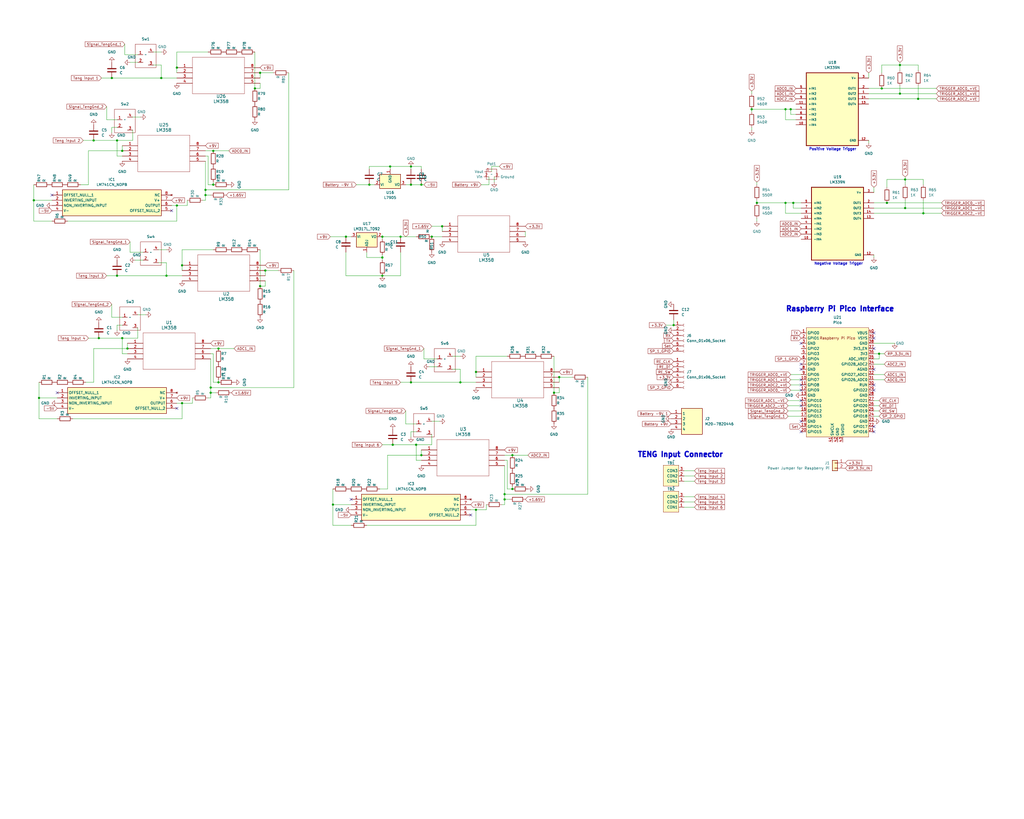
<source format=kicad_sch>
(kicad_sch (version 20230121) (generator eeschema)
  (paper "User" 499.999 399.999)
  (junction (at 205.74 90.17))
  (junction (at 387.35 99.06))
  (junction (at 62.23 170.18))
  (junction (at 57.15 68.58))
  (junction (at 100.33 95.25))
  (junction (at 210.82 115.57))
  (junction (at 180.34 90.17))
  (junction (at 386.08 53.34))
  (junction (at 328.93 158.75))
  (junction (at 86.36 100.33))
  (junction (at 124.46 43.18))
  (junction (at 273.05 184.15))
  (junction (at 106.68 186.69))
  (junction (at 19.05 194.31))
  (junction (at 215.9 110.49))
  (junction (at 448.31 48.26))
  (junction (at 205.74 222.25))
  (junction (at 195.58 115.57))
  (junction (at 246.38 241.3))
  (junction (at 88.9 129.54))
  (junction (at 250.19 222.25))
  (junction (at 200.66 81.28))
  (junction (at 16.51 97.79))
  (junction (at 439.42 45.72))
  (junction (at 129.54 132.08))
  (junction (at 168.91 115.57))
  (junction (at 270.51 191.77))
  (junction (at 186.69 134.62))
  (junction (at 191.77 217.17))
  (junction (at 367.03 53.34))
  (junction (at 433.07 99.06))
  (junction (at 439.42 31.75))
  (junction (at 250.19 238.76))
  (junction (at 369.57 99.06))
  (junction (at 190.5 81.28))
  (junction (at 186.69 115.57))
  (junction (at 224.79 186.69))
  (junction (at 127 139.7))
  (junction (at 106.68 170.18))
  (junction (at 102.87 189.23))
  (junction (at 429.26 172.72))
  (junction (at 78.74 38.1))
  (junction (at 45.72 68.58))
  (junction (at 162.56 246.38))
  (junction (at 48.26 165.1))
  (junction (at 200.66 90.17))
  (junction (at 104.14 90.17))
  (junction (at 383.54 53.34))
  (junction (at 59.69 165.1))
  (junction (at 59.69 73.66))
  (junction (at 441.96 101.6))
  (junction (at 383.54 99.06))
  (junction (at 430.53 43.18))
  (junction (at 86.36 33.02))
  (junction (at 450.85 104.14))
  (junction (at 102.87 191.77))
  (junction (at 441.96 87.63))
  (junction (at 200.66 186.69))
  (junction (at 232.41 181.61))
  (junction (at 88.9 196.85))
  (junction (at 81.28 134.62))
  (junction (at 104.14 73.66))
  (junction (at 246.38 243.84))
  (junction (at 203.2 217.17))
  (junction (at 232.41 248.92))
  (junction (at 127 35.56))
  (junction (at 54.61 38.1))
  (junction (at 57.15 134.62))
  (junction (at 186.69 125.73))
  (junction (at 100.33 92.71))
  (no_connect (at 391.16 190.5))
  (no_connect (at 426.72 187.96))
  (no_connect (at 391.16 185.42))
  (no_connect (at 426.72 210.82))
  (no_connect (at 391.16 210.82))
  (no_connect (at 391.16 195.58))
  (no_connect (at 426.72 162.56))
  (no_connect (at 426.72 180.34))
  (no_connect (at 171.45 243.84))
  (no_connect (at 391.16 167.64))
  (no_connect (at 86.36 199.39))
  (no_connect (at 391.16 177.8))
  (no_connect (at 391.16 198.12))
  (no_connect (at 426.72 208.28))
  (no_connect (at 229.87 251.46))
  (no_connect (at 391.16 187.96))
  (no_connect (at 391.16 180.34))
  (no_connect (at 25.4 95.25))
  (no_connect (at 83.82 102.87))
  (no_connect (at 426.72 170.18))
  (no_connect (at 391.16 205.74))
  (no_connect (at 426.72 165.1))
  (no_connect (at 27.94 191.77))
  (no_connect (at 426.72 190.5))
  (wire (pts (xy 232.41 184.15) (xy 232.41 181.61)))
  (wire (pts (xy 238.76 86.36) (xy 238.76 90.17)))
  (wire (pts (xy 52.07 134.62) (xy 57.15 134.62)))
  (wire (pts (xy 189.23 238.76) (xy 189.23 222.25)))
  (wire (pts (xy 383.54 104.14) (xy 383.54 99.06)))
  (wire (pts (xy 102.87 189.23) (xy 102.87 191.77)))
  (wire (pts (xy 93.98 196.85) (xy 88.9 196.85)))
  (wire (pts (xy 186.69 115.57) (xy 186.69 116.84)))
  (wire (pts (xy 162.56 246.38) (xy 162.56 256.54)))
  (wire (pts (xy 78.74 31.75) (xy 78.74 38.1)))
  (wire (pts (xy 232.41 256.54) (xy 232.41 248.92)))
  (wire (pts (xy 388.62 58.42) (xy 383.54 58.42)))
  (wire (pts (xy 102.87 172.72) (xy 104.14 172.72)))
  (wire (pts (xy 67.31 160.02) (xy 67.31 165.1)))
  (wire (pts (xy 367.03 44.45) (xy 367.03 45.72)))
  (wire (pts (xy 369.57 99.06) (xy 369.57 97.79)))
  (wire (pts (xy 64.77 63.5) (xy 64.77 68.58)))
  (wire (pts (xy 127 43.18) (xy 127 40.64)))
  (wire (pts (xy 195.58 115.57) (xy 203.2 115.57)))
  (wire (pts (xy 250.19 237.49) (xy 250.19 238.76)))
  (wire (pts (xy 429.26 200.66) (xy 426.72 200.66)))
  (wire (pts (xy 19.05 204.47) (xy 27.94 204.47)))
  (wire (pts (xy 19.05 186.69) (xy 19.05 194.31)))
  (wire (pts (xy 100.33 78.74) (xy 100.33 92.71)))
  (wire (pts (xy 430.53 35.56) (xy 430.53 31.75)))
  (wire (pts (xy 367.03 54.61) (xy 367.03 53.34)))
  (wire (pts (xy 180.34 81.28) (xy 190.5 81.28)))
  (wire (pts (xy 441.96 101.6) (xy 459.74 101.6)))
  (wire (pts (xy 180.34 82.55) (xy 180.34 81.28)))
  (wire (pts (xy 388.62 53.34) (xy 386.08 53.34)))
  (wire (pts (xy 426.72 177.8) (xy 431.8 177.8)))
  (wire (pts (xy 59.69 154.94) (xy 54.61 154.94)))
  (wire (pts (xy 62.23 167.64) (xy 62.23 170.18)))
  (wire (pts (xy 334.01 229.87) (xy 339.09 229.87)))
  (wire (pts (xy 168.91 134.62) (xy 186.69 134.62)))
  (wire (pts (xy 240.03 81.28) (xy 240.03 83.82)))
  (wire (pts (xy 198.12 207.01) (xy 198.12 200.66)))
  (wire (pts (xy 426.72 182.88) (xy 431.8 182.88)))
  (wire (pts (xy 57.15 58.42) (xy 52.07 58.42)))
  (wire (pts (xy 66.04 127) (xy 69.85 127)))
  (wire (pts (xy 35.56 204.47) (xy 88.9 204.47)))
  (wire (pts (xy 16.51 107.95) (xy 25.4 107.95)))
  (wire (pts (xy 104.14 88.9) (xy 104.14 90.17)))
  (wire (pts (xy 247.65 224.79) (xy 247.65 238.76)))
  (wire (pts (xy 105.41 191.77) (xy 102.87 191.77)))
  (wire (pts (xy 27.94 194.31) (xy 19.05 194.31)))
  (wire (pts (xy 232.41 173.99) (xy 232.41 181.61)))
  (wire (pts (xy 200.66 210.82) (xy 200.66 213.36)))
  (wire (pts (xy 387.35 101.6) (xy 387.35 99.06)))
  (wire (pts (xy 270.51 191.77) (xy 273.05 191.77)))
  (wire (pts (xy 185.42 238.76) (xy 189.23 238.76)))
  (wire (pts (xy 328.93 156.21) (xy 328.93 158.75)))
  (wire (pts (xy 273.05 186.69) (xy 273.05 184.15)))
  (wire (pts (xy 162.56 238.76) (xy 162.56 246.38)))
  (wire (pts (xy 59.69 172.72) (xy 62.23 172.72)))
  (wire (pts (xy 203.2 207.01) (xy 198.12 207.01)))
  (wire (pts (xy 205.74 219.71) (xy 205.74 222.25)))
  (wire (pts (xy 41.91 186.69) (xy 45.72 186.69)))
  (wire (pts (xy 246.38 224.79) (xy 247.65 224.79)))
  (wire (pts (xy 39.37 90.17) (xy 43.18 90.17)))
  (wire (pts (xy 54.61 38.1) (xy 78.74 38.1)))
  (wire (pts (xy 129.54 134.62) (xy 129.54 132.08)))
  (wire (pts (xy 220.98 180.34) (xy 224.79 180.34)))
  (wire (pts (xy 104.14 186.69) (xy 106.68 186.69)))
  (wire (pts (xy 86.36 100.33) (xy 83.82 100.33)))
  (wire (pts (xy 200.66 186.69) (xy 224.79 186.69)))
  (wire (pts (xy 426.72 167.64) (xy 436.88 167.64)))
  (wire (pts (xy 74.93 31.75) (xy 78.74 31.75)))
  (wire (pts (xy 205.74 81.28) (xy 200.66 81.28)))
  (wire (pts (xy 256.54 115.57) (xy 256.54 113.03)))
  (wire (pts (xy 429.26 175.26) (xy 429.26 172.72)))
  (wire (pts (xy 173.99 90.17) (xy 180.34 90.17)))
  (wire (pts (xy 100.33 97.79) (xy 99.06 97.79)))
  (wire (pts (xy 384.81 200.66) (xy 391.16 200.66)))
  (wire (pts (xy 186.69 124.46) (xy 186.69 125.73)))
  (wire (pts (xy 129.54 139.7) (xy 129.54 137.16)))
  (wire (pts (xy 243.84 81.28) (xy 240.03 81.28)))
  (wire (pts (xy 334.01 245.11) (xy 339.09 245.11)))
  (wire (pts (xy 140.97 35.56) (xy 140.97 92.71)))
  (wire (pts (xy 124.46 25.4) (xy 124.46 43.18)))
  (wire (pts (xy 433.07 91.44) (xy 433.07 87.63)))
  (wire (pts (xy 63.5 118.11) (xy 63.5 123.19)))
  (wire (pts (xy 186.69 217.17) (xy 191.77 217.17)))
  (wire (pts (xy 127 121.92) (xy 127 139.7)))
  (wire (pts (xy 334.01 234.95) (xy 339.09 234.95)))
  (wire (pts (xy 430.53 43.18) (xy 424.18 43.18)))
  (wire (pts (xy 369.57 107.95) (xy 369.57 106.68)))
  (wire (pts (xy 237.49 246.38) (xy 237.49 248.92)))
  (wire (pts (xy 210.82 217.17) (xy 203.2 217.17)))
  (wire (pts (xy 200.66 82.55) (xy 200.66 81.28)))
  (wire (pts (xy 450.85 90.17) (xy 450.85 87.63)))
  (wire (pts (xy 207.01 170.18) (xy 207.01 175.26)))
  (wire (pts (xy 64.77 68.58) (xy 57.15 68.58)))
  (wire (pts (xy 391.16 104.14) (xy 383.54 104.14)))
  (wire (pts (xy 171.45 246.38) (xy 162.56 246.38)))
  (wire (pts (xy 57.15 134.62) (xy 81.28 134.62)))
  (wire (pts (xy 88.9 196.85) (xy 86.36 196.85)))
  (wire (pts (xy 100.33 95.25) (xy 100.33 97.79)))
  (wire (pts (xy 246.38 241.3) (xy 246.38 243.84)))
  (wire (pts (xy 431.8 172.72) (xy 429.26 172.72)))
  (wire (pts (xy 232.41 248.92) (xy 229.87 248.92)))
  (wire (pts (xy 68.58 57.15) (xy 64.77 57.15)))
  (wire (pts (xy 102.87 194.31) (xy 101.6 194.31)))
  (wire (pts (xy 433.07 99.06) (xy 459.74 99.06)))
  (wire (pts (xy 86.36 35.56) (xy 86.36 33.02)))
  (wire (pts (xy 426.72 175.26) (xy 429.26 175.26)))
  (wire (pts (xy 190.5 81.28) (xy 190.5 82.55)))
  (wire (pts (xy 248.92 243.84) (xy 246.38 243.84)))
  (wire (pts (xy 106.68 170.18) (xy 102.87 170.18)))
  (wire (pts (xy 63.5 123.19) (xy 69.85 123.19)))
  (wire (pts (xy 369.57 88.9) (xy 369.57 90.17)))
  (wire (pts (xy 127 38.1) (xy 127 35.56)))
  (wire (pts (xy 391.16 101.6) (xy 387.35 101.6)))
  (wire (pts (xy 441.96 87.63) (xy 450.85 87.63)))
  (wire (pts (xy 102.87 191.77) (xy 102.87 194.31)))
  (wire (pts (xy 279.4 184.15) (xy 273.05 184.15)))
  (wire (pts (xy 426.72 101.6) (xy 441.96 101.6)))
  (wire (pts (xy 114.3 170.18) (xy 106.68 170.18)))
  (wire (pts (xy 450.85 97.79) (xy 450.85 104.14)))
  (wire (pts (xy 207.01 175.26) (xy 213.36 175.26)))
  (wire (pts (xy 383.54 53.34) (xy 367.03 53.34)))
  (wire (pts (xy 104.14 172.72) (xy 104.14 186.69)))
  (wire (pts (xy 48.26 165.1) (xy 59.69 165.1)))
  (wire (pts (xy 386.08 185.42) (xy 391.16 185.42)))
  (wire (pts (xy 246.38 243.84) (xy 246.38 246.38)))
  (wire (pts (xy 426.72 125.73) (xy 426.72 124.46)))
  (wire (pts (xy 195.58 123.19) (xy 195.58 134.62)))
  (wire (pts (xy 180.34 90.17) (xy 182.88 90.17)))
  (wire (pts (xy 93.98 194.31) (xy 93.98 196.85)))
  (wire (pts (xy 386.08 190.5) (xy 391.16 190.5)))
  (wire (pts (xy 241.3 88.9) (xy 241.3 86.36)))
  (wire (pts (xy 448.31 34.29) (xy 448.31 31.75)))
  (wire (pts (xy 429.26 172.72) (xy 426.72 172.72)))
  (wire (pts (xy 88.9 121.92) (xy 88.9 129.54)))
  (wire (pts (xy 111.76 73.66) (xy 104.14 73.66)))
  (wire (pts (xy 135.89 132.08) (xy 129.54 132.08)))
  (wire (pts (xy 439.42 30.48) (xy 439.42 31.75)))
  (wire (pts (xy 426.72 185.42) (xy 431.8 185.42)))
  (wire (pts (xy 334.01 242.57) (xy 339.09 242.57)))
  (wire (pts (xy 203.2 210.82) (xy 200.66 210.82)))
  (wire (pts (xy 386.08 53.34) (xy 383.54 53.34)))
  (wire (pts (xy 59.69 71.12) (xy 59.69 73.66)))
  (wire (pts (xy 16.51 97.79) (xy 16.51 107.95)))
  (wire (pts (xy 71.12 153.67) (xy 67.31 153.67)))
  (wire (pts (xy 430.53 43.18) (xy 457.2 43.18)))
  (wire (pts (xy 101.6 90.17) (xy 104.14 90.17)))
  (wire (pts (xy 104.14 73.66) (xy 100.33 73.66)))
  (wire (pts (xy 189.23 222.25) (xy 205.74 222.25)))
  (wire (pts (xy 16.51 90.17) (xy 16.51 97.79)))
  (wire (pts (xy 287.02 241.3) (xy 246.38 241.3)))
  (wire (pts (xy 246.38 246.38) (xy 245.11 246.38)))
  (wire (pts (xy 78.74 25.4) (xy 74.93 25.4)))
  (wire (pts (xy 91.44 97.79) (xy 91.44 100.33)))
  (wire (pts (xy 45.72 170.18) (xy 62.23 170.18)))
  (wire (pts (xy 59.69 165.1) (xy 59.69 172.72)))
  (wire (pts (xy 43.18 90.17) (xy 43.18 73.66)))
  (wire (pts (xy 91.44 100.33) (xy 86.36 100.33)))
  (wire (pts (xy 106.68 185.42) (xy 106.68 186.69)))
  (wire (pts (xy 100.33 76.2) (xy 101.6 76.2)))
  (wire (pts (xy 429.26 203.2) (xy 426.72 203.2)))
  (wire (pts (xy 88.9 204.47) (xy 88.9 196.85)))
  (wire (pts (xy 383.54 99.06) (xy 387.35 99.06)))
  (wire (pts (xy 67.31 165.1) (xy 59.69 165.1)))
  (wire (pts (xy 224.79 186.69) (xy 232.41 186.69)))
  (wire (pts (xy 100.33 92.71) (xy 100.33 95.25)))
  (wire (pts (xy 133.35 35.56) (xy 127 35.56)))
  (wire (pts (xy 102.87 95.25) (xy 100.33 95.25)))
  (wire (pts (xy 369.57 99.06) (xy 383.54 99.06)))
  (wire (pts (xy 179.07 256.54) (xy 232.41 256.54)))
  (wire (pts (xy 57.15 62.23) (xy 54.61 62.23)))
  (wire (pts (xy 143.51 189.23) (xy 102.87 189.23)))
  (wire (pts (xy 246.38 227.33) (xy 246.38 241.3)))
  (wire (pts (xy 140.97 92.71) (xy 100.33 92.71)))
  (wire (pts (xy 52.07 58.42) (xy 52.07 52.07)))
  (wire (pts (xy 273.05 191.77) (xy 273.05 189.23)))
  (wire (pts (xy 433.07 99.06) (xy 426.72 99.06)))
  (wire (pts (xy 81.28 134.62) (xy 88.9 134.62)))
  (wire (pts (xy 88.9 132.08) (xy 88.9 129.54)))
  (wire (pts (xy 45.72 186.69) (xy 45.72 170.18)))
  (wire (pts (xy 386.08 182.88) (xy 391.16 182.88)))
  (wire (pts (xy 426.72 91.44) (xy 426.72 93.98)))
  (wire (pts (xy 191.77 217.17) (xy 203.2 217.17)))
  (wire (pts (xy 439.42 31.75) (xy 448.31 31.75)))
  (wire (pts (xy 383.54 58.42) (xy 383.54 53.34)))
  (wire (pts (xy 57.15 76.2) (xy 59.69 76.2)))
  (wire (pts (xy 384.81 203.2) (xy 391.16 203.2)))
  (wire (pts (xy 367.03 63.5) (xy 367.03 62.23)))
  (wire (pts (xy 81.28 128.27) (xy 81.28 134.62)))
  (wire (pts (xy 57.15 68.58) (xy 57.15 76.2)))
  (wire (pts (xy 430.53 31.75) (xy 439.42 31.75)))
  (wire (pts (xy 448.31 41.91) (xy 448.31 48.26)))
  (wire (pts (xy 59.69 158.75) (xy 57.15 158.75)))
  (wire (pts (xy 57.15 158.75) (xy 57.15 161.29)))
  (wire (pts (xy 200.66 81.28) (xy 190.5 81.28)))
  (wire (pts (xy 386.08 55.88) (xy 386.08 53.34)))
  (wire (pts (xy 86.36 107.95) (xy 86.36 100.33)))
  (wire (pts (xy 257.81 222.25) (xy 250.19 222.25)))
  (wire (pts (xy 43.18 73.66) (xy 59.69 73.66)))
  (wire (pts (xy 384.81 198.12) (xy 391.16 198.12)))
  (wire (pts (xy 433.07 87.63) (xy 441.96 87.63)))
  (wire (pts (xy 162.56 256.54) (xy 171.45 256.54)))
  (wire (pts (xy 143.51 132.08) (xy 143.51 189.23)))
  (wire (pts (xy 424.18 69.85) (xy 424.18 68.58)))
  (wire (pts (xy 195.58 186.69) (xy 200.66 186.69)))
  (wire (pts (xy 19.05 194.31) (xy 19.05 204.47)))
  (wire (pts (xy 186.69 125.73) (xy 186.69 127)))
  (wire (pts (xy 215.9 113.03) (xy 215.9 110.49)))
  (wire (pts (xy 49.53 38.1) (xy 54.61 38.1)))
  (wire (pts (xy 205.74 82.55) (xy 205.74 81.28)))
  (wire (pts (xy 429.26 198.12) (xy 426.72 198.12)))
  (wire (pts (xy 448.31 48.26) (xy 457.2 48.26)))
  (wire (pts (xy 424.18 35.56) (xy 424.18 38.1)))
  (wire (pts (xy 198.12 90.17) (xy 200.66 90.17)))
  (wire (pts (xy 179.07 123.19) (xy 179.07 125.73)))
  (wire (pts (xy 439.42 41.91) (xy 439.42 45.72)))
  (wire (pts (xy 179.07 125.73) (xy 186.69 125.73)))
  (wire (pts (xy 54.61 154.94) (xy 54.61 148.59)))
  (wire (pts (xy 60.96 21.59) (xy 60.96 26.67)))
  (wire (pts (xy 101.6 76.2) (xy 101.6 90.17)))
  (wire (pts (xy 334.01 247.65) (xy 339.09 247.65)))
  (wire (pts (xy 386.08 187.96) (xy 391.16 187.96)))
  (wire (pts (xy 195.58 134.62) (xy 186.69 134.62)))
  (wire (pts (xy 441.96 97.79) (xy 441.96 101.6)))
  (wire (pts (xy 450.85 104.14) (xy 459.74 104.14)))
  (wire (pts (xy 287.02 184.15) (xy 287.02 241.3)))
  (wire (pts (xy 33.02 107.95) (xy 86.36 107.95)))
  (wire (pts (xy 81.28 121.92) (xy 77.47 121.92)))
  (wire (pts (xy 77.47 128.27) (xy 81.28 128.27)))
  (wire (pts (xy 45.72 68.58) (xy 57.15 68.58)))
  (wire (pts (xy 387.35 99.06) (xy 391.16 99.06)))
  (wire (pts (xy 210.82 110.49) (xy 215.9 110.49)))
  (wire (pts (xy 60.96 26.67) (xy 67.31 26.67)))
  (wire (pts (xy 325.12 158.75) (xy 328.93 158.75)))
  (wire (pts (xy 209.55 179.07) (xy 213.36 179.07)))
  (wire (pts (xy 43.18 165.1) (xy 48.26 165.1)))
  (wire (pts (xy 250.19 222.25) (xy 246.38 222.25)))
  (wire (pts (xy 426.72 104.14) (xy 450.85 104.14)))
  (wire (pts (xy 214.63 205.74) (xy 210.82 205.74)))
  (wire (pts (xy 101.6 25.4) (xy 86.36 25.4)))
  (wire (pts (xy 388.62 55.88) (xy 386.08 55.88)))
  (wire (pts (xy 237.49 248.92) (xy 232.41 248.92)))
  (wire (pts (xy 210.82 212.09) (xy 210.82 217.17)))
  (wire (pts (xy 270.51 173.99) (xy 270.51 191.77)))
  (wire (pts (xy 40.64 68.58) (xy 45.72 68.58)))
  (wire (pts (xy 247.65 238.76) (xy 250.19 238.76)))
  (wire (pts (xy 424.18 48.26) (xy 448.31 48.26)))
  (wire (pts (xy 203.2 217.17) (xy 203.2 224.79)))
  (wire (pts (xy 384.81 195.58) (xy 391.16 195.58)))
  (wire (pts (xy 102.87 175.26) (xy 102.87 189.23)))
  (wire (pts (xy 439.42 31.75) (xy 439.42 34.29)))
  (wire (pts (xy 207.01 90.17) (xy 205.74 90.17)))
  (wire (pts (xy 168.91 115.57) (xy 171.45 115.57)))
  (wire (pts (xy 86.36 25.4) (xy 86.36 33.02)))
  (wire (pts (xy 203.2 224.79) (xy 205.74 224.79)))
  (wire (pts (xy 25.4 97.79) (xy 16.51 97.79)))
  (wire (pts (xy 78.74 38.1) (xy 86.36 38.1)))
  (wire (pts (xy 238.76 90.17) (xy 234.95 90.17)))
  (wire (pts (xy 63.5 30.48) (xy 67.31 30.48)))
  (wire (pts (xy 441.96 87.63) (xy 441.96 90.17)))
  (wire (pts (xy 161.29 115.57) (xy 168.91 115.57)))
  (wire (pts (xy 439.42 45.72) (xy 457.2 45.72)))
  (wire (pts (xy 247.65 173.99) (xy 232.41 173.99)))
  (wire (pts (xy 424.18 45.72) (xy 439.42 45.72)))
  (wire (pts (xy 54.61 62.23) (xy 54.61 64.77)))
  (wire (pts (xy 441.96 86.36) (xy 441.96 87.63)))
  (wire (pts (xy 168.91 123.19) (xy 168.91 134.62)))
  (wire (pts (xy 124.46 43.18) (xy 127 43.18)))
  (wire (pts (xy 429.26 195.58) (xy 426.72 195.58)))
  (wire (pts (xy 186.69 115.57) (xy 195.58 115.57)))
  (wire (pts (xy 104.14 121.92) (xy 88.9 121.92)))
  (wire (pts (xy 205.74 90.17) (xy 200.66 90.17)))
  (wire (pts (xy 127 139.7) (xy 129.54 139.7)))
  (wire (pts (xy 334.01 232.41) (xy 339.09 232.41)))
  (wire (pts (xy 215.9 115.57) (xy 210.82 115.57)))
  (wire (pts (xy 224.79 180.34) (xy 224.79 186.69)))
  (wire (pts (xy 224.79 173.99) (xy 220.98 173.99)))
  (text "Raspberry Pi Pico Interface" (at 383.54 152.4 0) (effects (font (size 2.5 2.5) (thickness 1) bold) (justify left bottom)))
  (text "Negative Voltage Trigger" (at 397.51 129.54 0) (effects (font (size 1.27 1.27) (thickness 0.254) bold) (justify left bottom)))
  (text "Positive Voltage Trigger" (at 394.97 73.66 0) (effects (font (size 1.27 1.27) (thickness 0.254) bold) (justify left bottom)))
  (text "TENG Input Connector\n" (at 311.15 223.52 0) (effects (font (size 2.5 2.5) (thickness 1) bold) (justify left bottom)))
  (global_label "+3.3V" (shape input) (at 198.12 115.57 90) (property "Intersheetrefs" "${INTERSHEET_REFS}" (effects hide)))
  (global_label "+3.3V" (shape input) (at 369.57 88.9 90) (property "Intersheetrefs" "${INTERSHEET_REFS}" (effects hide)))
  (global_label "+9V" (shape input) (at 243.84 81.28 0) (property "Intersheetrefs" "${INTERSHEET_REFS}" (effects hide)))
  (global_label "ADC0_IN" (shape input) (at 431.8 185.42 0) (property "Intersheetrefs" "${INTERSHEET_REFS}" (effects hide)))
  (global_label "SP_1_GPIO" (shape input) (at 328.93 171.45 180) (property "Intersheetrefs" "${INTERSHEET_REFS}" (effects hide)))
  (global_label "TRIGGER_ADC0_+VE" (shape input) (at 457.2 43.18 0) (property "Intersheetrefs" "${INTERSHEET_REFS}" (effects hide)))
  (global_label "ADC2_IN" (shape input) (at 431.8 177.8 0) (property "Intersheetrefs" "${INTERSHEET_REFS}" (effects hide)))
  (global_label "ADC0_IN" (shape input) (at 391.16 109.22 180) (property "Intersheetrefs" "${INTERSHEET_REFS}" (effects hide)))
  (global_label "TRIGGER_ADC2_+VE" (shape input) (at 457.2 48.26 0) (property "Intersheetrefs" "${INTERSHEET_REFS}" (effects hide)))
  (global_label "Teng input 5" (shape input) (at 195.58 186.69 180) (property "Intersheetrefs" "${INTERSHEET_REFS}" (effects hide)))
  (global_label "+9V" (shape input) (at 161.29 115.57 180) (property "Intersheetrefs" "${INTERSHEET_REFS}" (effects hide)))
  (global_label "+9V" (shape input) (at 100.33 71.12 0) (property "Intersheetrefs" "${INTERSHEET_REFS}" (effects hide)))
  (global_label "Teng input 1" (shape input) (at 339.09 229.87 0) (property "Intersheetrefs" "${INTERSHEET_REFS}" (effects hide)))
  (global_label "+9V" (shape input) (at 86.36 194.31 0) (property "Intersheetrefs" "${INTERSHEET_REFS}" (effects hide)))
  (global_label "RE_CLK" (shape input) (at 429.26 195.58 0) (property "Intersheetrefs" "${INTERSHEET_REFS}" (effects hide)))
  (global_label "Teng input 4" (shape input) (at 339.09 242.57 0) (property "Intersheetrefs" "${INTERSHEET_REFS}" (effects hide)))
  (global_label "-5V" (shape input) (at 171.45 251.46 180) (property "Intersheetrefs" "${INTERSHEET_REFS}" (effects hide)))
  (global_label "Signal_TengGnd_1" (shape input) (at 207.01 170.18 180) (property "Intersheetrefs" "${INTERSHEET_REFS}" (effects hide)))
  (global_label "Battery -9V 1" (shape input) (at 173.99 90.17 180) (property "Intersheetrefs" "${INTERSHEET_REFS}" (effects hide)))
  (global_label "TRIGGER_ADC1_-VE" (shape input) (at 459.74 101.6 0) (property "Intersheetrefs" "${INTERSHEET_REFS}" (effects hide)))
  (global_label "RX" (shape input) (at 391.16 165.1 180) (property "Intersheetrefs" "${INTERSHEET_REFS}" (effects hide)))
  (global_label "+1.65V" (shape input) (at 113.03 191.77 0) (property "Intersheetrefs" "${INTERSHEET_REFS}" (effects hide)))
  (global_label "Signal_TengGnd_1" (shape input) (at 63.5 118.11 180) (property "Intersheetrefs" "${INTERSHEET_REFS}" (effects hide)))
  (global_label "Teng input 2" (shape input) (at 339.09 232.41 0) (property "Intersheetrefs" "${INTERSHEET_REFS}" (effects hide)))
  (global_label "+3.3V" (shape input) (at 256.54 110.49 0) (property "Intersheetrefs" "${INTERSHEET_REFS}" (effects hide)))
  (global_label "TX" (shape input) (at 328.93 166.37 180) (property "Intersheetrefs" "${INTERSHEET_REFS}" (effects hide)))
  (global_label "ADC1_IN" (shape input) (at 431.8 182.88 0) (property "Intersheetrefs" "${INTERSHEET_REFS}" (effects hide)))
  (global_label "+9V" (shape input) (at 127 33.02 0) (property "Intersheetrefs" "${INTERSHEET_REFS}" (effects hide)))
  (global_label "-5V" (shape input) (at 25.4 102.87 180) (property "Intersheetrefs" "${INTERSHEET_REFS}" (effects hide)))
  (global_label "RE_SW" (shape input) (at 328.93 181.61 180) (property "Intersheetrefs" "${INTERSHEET_REFS}" (effects hide)))
  (global_label "+1.65V" (shape input) (at 210.82 110.49 180) (property "Intersheetrefs" "${INTERSHEET_REFS}" (effects hide)))
  (global_label "Set" (shape input) (at 328.93 168.91 180) (property "Intersheetrefs" "${INTERSHEET_REFS}" (effects hide)))
  (global_label "+9V" (shape input) (at 129.54 129.54 0) (property "Intersheetrefs" "${INTERSHEET_REFS}" (effects hide)))
  (global_label "Signal_TengGnd_2" (shape input) (at 384.81 200.66 180) (property "Intersheetrefs" "${INTERSHEET_REFS}" (effects hide)))
  (global_label "RE_DT" (shape input) (at 429.26 198.12 0) (property "Intersheetrefs" "${INTERSHEET_REFS}" (effects hide)))
  (global_label "ADC1_IN" (shape input) (at 388.62 45.72 180) (property "Intersheetrefs" "${INTERSHEET_REFS}" (effects hide)))
  (global_label "RP_3.3V_IN" (shape input) (at 431.8 172.72 0) (property "Intersheetrefs" "${INTERSHEET_REFS}" (effects hide)))
  (global_label "+3.3V" (shape input) (at 412.75 226.06 0) (property "Intersheetrefs" "${INTERSHEET_REFS}" (effects hide)))
  (global_label "Teng input 4" (shape input) (at 43.18 165.1 180) (property "Intersheetrefs" "${INTERSHEET_REFS}" (effects hide)))
  (global_label "+3.3V" (shape input) (at 424.18 35.56 90) (property "Intersheetrefs" "${INTERSHEET_REFS}" (effects hide)))
  (global_label "RX" (shape input) (at 328.93 163.83 180) (property "Intersheetrefs" "${INTERSHEET_REFS}" (effects hide)))
  (global_label "+9V" (shape input) (at 229.87 246.38 0) (property "Intersheetrefs" "${INTERSHEET_REFS}" (effects hide)))
  (global_label "TRIGGER_ADC2_+VE" (shape input) (at 386.08 187.96 180) (property "Intersheetrefs" "${INTERSHEET_REFS}" (effects hide)))
  (global_label "Signal_TengGnd_2" (shape input) (at 54.61 148.59 180) (property "Intersheetrefs" "${INTERSHEET_REFS}" (effects hide)))
  (global_label "TRIGGER_ADC0_-VE" (shape input) (at 459.74 99.06 0) (property "Intersheetrefs" "${INTERSHEET_REFS}" (effects hide)))
  (global_label "TRIGGER_ADC1_+VE" (shape input) (at 386.08 185.42 180) (property "Intersheetrefs" "${INTERSHEET_REFS}" (effects hide)))
  (global_label "RE_CLK" (shape input) (at 328.93 176.53 180) (property "Intersheetrefs" "${INTERSHEET_REFS}" (effects hide)))
  (global_label "ADC2_IN" (shape input) (at 391.16 114.3 180) (property "Intersheetrefs" "${INTERSHEET_REFS}" (effects hide)))
  (global_label "TRIGGER_ADC0_-VE" (shape input) (at 386.08 190.5 180) (property "Intersheetrefs" "${INTERSHEET_REFS}" (effects hide)))
  (global_label "Battery +9V" (shape input) (at 327.66 207.01 180) (property "Intersheetrefs" "${INTERSHEET_REFS}" (effects hide)))
  (global_label "+3.3V" (shape input) (at 426.72 91.44 90) (property "Intersheetrefs" "${INTERSHEET_REFS}" (effects hide)))
  (global_label "RE_DT" (shape input) (at 328.93 179.07 180) (property "Intersheetrefs" "${INTERSHEET_REFS}" (effects hide)))
  (global_label "+3.3V" (shape input) (at 367.03 44.45 90) (property "Intersheetrefs" "${INTERSHEET_REFS}" (effects hide)))
  (global_label "+3.3V" (shape input) (at 325.12 158.75 180) (property "Intersheetrefs" "${INTERSHEET_REFS}" (effects hide)))
  (global_label "TRIGGER_ADC2_-VE" (shape input) (at 384.81 198.12 180) (property "Intersheetrefs" "${INTERSHEET_REFS}" (effects hide)))
  (global_label "Teng input 6" (shape input) (at 339.09 247.65 0) (property "Intersheetrefs" "${INTERSHEET_REFS}" (effects hide)))
  (global_label "TX" (shape input) (at 391.16 162.56 180) (property "Intersheetrefs" "${INTERSHEET_REFS}" (effects hide)))
  (global_label "+9V" (shape input) (at 246.38 219.71 0) (property "Intersheetrefs" "${INTERSHEET_REFS}" (effects hide)))
  (global_label "TRIGGER_ADC2_-VE" (shape input) (at 459.74 104.14 0) (property "Intersheetrefs" "${INTERSHEET_REFS}" (effects hide)))
  (global_label "Signal_TengGnd_1" (shape input) (at 384.81 203.2 180) (property "Intersheetrefs" "${INTERSHEET_REFS}" (effects hide)))
  (global_label "ADC1_IN" (shape input) (at 391.16 111.76 180) (property "Intersheetrefs" "${INTERSHEET_REFS}" (effects hide)))
  (global_label "+9V" (shape input) (at 273.05 181.61 0) (property "Intersheetrefs" "${INTERSHEET_REFS}" (effects hide)))
  (global_label "Teng input 5" (shape input) (at 339.09 245.11 0) (property "Intersheetrefs" "${INTERSHEET_REFS}" (effects hide)))
  (global_label "-5V" (shape input) (at 27.94 199.39 180) (property "Intersheetrefs" "${INTERSHEET_REFS}" (effects hide)))
  (global_label "SP_1_GPIO" (shape input) (at 391.16 175.26 180) (property "Intersheetrefs" "${INTERSHEET_REFS}" (effects hide)))
  (global_label "+9V" (shape input) (at 83.82 97.79 0) (property "Intersheetrefs" "${INTERSHEET_REFS}" (effects hide)))
  (global_label "RE_SW" (shape input) (at 429.26 200.66 0) (property "Intersheetrefs" "${INTERSHEET_REFS}" (effects hide)))
  (global_label "ADC1_IN" (shape input) (at 114.3 170.18 0) (property "Intersheetrefs" "${INTERSHEET_REFS}" (effects hide)))
  (global_label "+1.65V" (shape input) (at 256.54 243.84 0) (property "Intersheetrefs" "${INTERSHEET_REFS}" (effects hide)))
  (global_label "Teng input 3" (shape input) (at 339.09 234.95 0) (property "Intersheetrefs" "${INTERSHEET_REFS}" (effects hide)))
  (global_label "ADC2_IN" (shape input) (at 388.62 48.26 180) (property "Intersheetrefs" "${INTERSHEET_REFS}" (effects hide)))
  (global_label "TRIGGER_ADC0_+VE" (shape input) (at 386.08 182.88 180) (property "Intersheetrefs" "${INTERSHEET_REFS}" (effects hide)))
  (global_label "SP_2_GPIO" (shape input) (at 429.26 203.2 0) (property "Intersheetrefs" "${INTERSHEET_REFS}" (effects hide)))
  (global_label "Signal_TengGnd_2" (shape input) (at 198.12 200.66 180) (property "Intersheetrefs" "${INTERSHEET_REFS}" (effects hide)))
  (global_label "ADC2_IN" (shape input) (at 257.81 222.25 0) (property "Intersheetrefs" "${INTERSHEET_REFS}" (effects hide)))
  (global_label "+1.65V" (shape input) (at 110.49 95.25 0) (property "Intersheetrefs" "${INTERSHEET_REFS}" (effects hide)))
  (global_label "TRIGGER_ADC1_+VE" (shape input) (at 457.2 45.72 0) (property "Intersheetrefs" "${INTERSHEET_REFS}" (effects hide)))
  (global_label "Teng input 3" (shape input) (at 52.07 134.62 180) (property "Intersheetrefs" "${INTERSHEET_REFS}" (effects hide)))
  (global_label "Battery -9V 1" (shape input) (at 327.66 201.93 180) (property "Intersheetrefs" "${INTERSHEET_REFS}" (effects hide)))
  (global_label "+3.3V" (shape input) (at 441.96 86.36 90) (property "Intersheetrefs" "${INTERSHEET_REFS}" (effects hide)))
  (global_label "Teng input 6" (shape input) (at 186.69 217.17 180) (property "Intersheetrefs" "${INTERSHEET_REFS}" (effects hide)))
  (global_label "Battery +9V" (shape input) (at 234.95 90.17 180) (property "Intersheetrefs" "${INTERSHEET_REFS}" (effects hide)))
  (global_label "+3.3V" (shape input) (at 439.42 30.48 90) (property "Intersheetrefs" "${INTERSHEET_REFS}" (effects hide)))
  (global_label "+3.3V" (shape input) (at 328.93 184.15 180) (property "Intersheetrefs" "${INTERSHEET_REFS}" (effects hide)))
  (global_label "Signal_TengGnd_1" (shape input) (at 60.96 21.59 180) (property "Intersheetrefs" "${INTERSHEET_REFS}" (effects hide)))
  (global_label "Signal_TengGnd_2" (shape input) (at 52.07 52.07 180) (property "Intersheetrefs" "${INTERSHEET_REFS}" (effects hide)))
  (global_label "+9V" (shape input) (at 102.87 167.64 0) (property "Intersheetrefs" "${INTERSHEET_REFS}" (effects hide)))
  (global_label "ADC0_IN" (shape input) (at 111.76 73.66 0) (property "Intersheetrefs" "${INTERSHEET_REFS}" (effects hide)))
  (global_label "RP_3.3V_IN" (shape input) (at 412.75 228.6 0) (property "Intersheetrefs" "${INTERSHEET_REFS}" (effects hide)))
  (global_label "SP_2_GPIO" (shape input) (at 328.93 189.23 180) (property "Intersheetrefs" "${INTERSHEET_REFS}" (effects hide)))
  (global_label "Set" (shape input) (at 391.16 208.28 180) (property "Intersheetrefs" "${INTERSHEET_REFS}" (effects hide)))
  (global_label "ADC0_IN" (shape input) (at 388.62 43.18 180) (property "Intersheetrefs" "${INTERSHEET_REFS}" (effects hide)))
  (global_label "Teng input 2" (shape input) (at 40.64 68.58 180) (property "Intersheetrefs" "${INTERSHEET_REFS}" (effects hide)))
  (global_label "TRIGGER_ADC1_-VE" (shape input) (at 384.81 195.58 180) (property "Intersheetrefs" "${INTERSHEET_REFS}" (effects hide)))
  (global_label "-5V" (shape input) (at 207.01 90.17 0) (property "Intersheetrefs" "${INTERSHEET_REFS}" (effects hide)))
  (global_label "Teng input 1" (shape input) (at 49.53 38.1 180) (property "Intersheetrefs" "${INTERSHEET_REFS}" (effects hide)))
  (symbol (lib_id "Device:R") (at 181.61 238.76 90) (unit 1)
    (property "Reference" "R22" (at 180.34 237.49 0) (effects (justify left)))
    (property "Value" "R" (at 182.88 237.49 0) (effects (justify left)))
    (property "Footprint" "Resistor_THT:R_Axial_DIN0207_L6.3mm_D2.5mm_P10.16mm_Horizontal" (effects hide))
  )
  (symbol (lib_id "Device:R") (at 439.42 38.1 0) (unit 1)
    (property "Reference" "R62" (at 441.96 36.83 0) (effects (justify left)))
    (property "Value" "1K" (at 441.96 39.37 0) (effects (justify left)))
    (property "Footprint" "Resistor_THT:R_Axial_DIN0207_L6.3mm_D2.5mm_P10.16mm_Horizontal" (effects hide))
  )
  (symbol (lib_id "Connector_Generic:Conn_01x02") (at 407.67 226.06 0) (mirror y) (unit 1)
    (property "Reference" "J1" (at 405.13 226.06 0) (effects (justify left)))
    (property "Value" "Power Jumper for Raspberry Pi" (at 405.13 228.6 0) (effects (justify left)))
    (property "Footprint" "Connector_PinHeader_2.54mm:PinHeader_1x02_P2.54mm_Vertical" (effects hide))
  )
  (symbol (lib_id "power:GND") (at 205.74 227.33 0) (unit 1)
    (property "Reference" "#PWR025" (effects hide))
    (property "Value" "GND" (at 205.74 232.41 0))
  )
  (symbol (lib_id "Device:R") (at 106.68 95.25 270) (unit 1)
    (property "Reference" "R33" (at 107.95 96.52 0) (effects (justify left)))
    (property "Value" "R" (at 105.41 96.52 0) (effects (justify left)))
    (property "Footprint" "Resistor_THT:R_Axial_DIN0207_L6.3mm_D2.5mm_P10.16mm_Horizontal" (effects hide))
  )
  (symbol (lib_id "Device:R") (at 186.69 130.81 0) (unit 1)
    (property "Reference" "R57" (at 187.96 129.54 0) (effects (justify left)))
    (property "Value" "R" (at 187.96 132.08 0) (effects (justify left)))
    (property "Footprint" "Resistor_THT:R_Axial_DIN0207_L6.3mm_D2.5mm_P10.16mm_Horizontal" (effects hide))
  )
  (symbol (lib_id "Pot_for_teng:3359V-A05") (at 240.03 85.09 0) (unit 1)
    (property "Reference" "Pot1" (at 240.03 80.01 0))
    (property "Value" "~" (at 240.03 85.09 0))
    (property "Footprint" "Pot_for_Teng:3359V-A05" (effects hide))
  )
  (symbol (lib_id "power:GND") (at 81.28 121.92 90) (unit 1)
    (property "Reference" "#PWR014" (effects hide))
    (property "Value" "GND" (at 83.82 119.38 90) (effects (justify left)))
  )
  (symbol (lib_id "power:GND") (at 367.03 63.5 0) (unit 1)
    (property "Reference" "#PWR051" (effects hide))
    (property "Value" "GND" (at 367.03 68.58 0))
  )
  (symbol (lib_id "Device:R") (at 107.95 90.17 90) (unit 1)
    (property "Reference" "R13" (at 106.68 88.9 0) (effects (justify left)))
    (property "Value" "R" (at 109.22 88.9 0) (effects (justify left)))
    (property "Footprint" "Resistor_THT:R_Axial_DIN0207_L6.3mm_D2.5mm_P10.16mm_Horizontal" (effects hide))
  )
  (symbol (lib_id "Device:R") (at 369.57 93.98 0) (unit 1)
    (property "Reference" "R54" (at 372.11 92.71 0) (effects (justify left)))
    (property "Value" "550R" (at 372.11 95.25 0) (effects (justify left)))
    (property "Footprint" "Resistor_THT:R_Axial_DIN0207_L6.3mm_D2.5mm_P10.16mm_Horizontal" (effects hide))
  )
  (symbol (lib_id "Device:R") (at 124.46 46.99 0) (unit 1)
    (property "Reference" "R79" (at 125.73 45.72 0) (effects (justify left)))
    (property "Value" "R" (at 125.73 48.26 0) (effects (justify left)))
    (property "Footprint" "Resistor_THT:R_Axial_DIN0207_L6.3mm_D2.5mm_P10.16mm_Horizontal" (effects hide))
  )
  (symbol (lib_id "power:GND") (at 62.23 175.26 0) (unit 1)
    (property "Reference" "#PWR09" (effects hide))
    (property "Value" "GND" (at 62.23 180.34 0))
  )
  (symbol (lib_id "Device:R") (at 367.03 58.42 0) (unit 1)
    (property "Reference" "R53" (at 369.57 57.15 0) (effects (justify left)))
    (property "Value" "540R" (at 369.57 59.69 0) (effects (justify left)))
    (property "Footprint" "Resistor_THT:R_Axial_DIN0207_L6.3mm_D2.5mm_P10.16mm_Horizontal" (effects hide))
  )
  (symbol (lib_id "Device:R") (at 259.08 173.99 90) (unit 1)
    (property "Reference" "R31" (at 257.81 172.72 0) (effects (justify left)))
    (property "Value" "R" (at 260.35 172.72 0) (effects (justify left)))
    (property "Footprint" "Resistor_THT:R_Axial_DIN0207_L6.3mm_D2.5mm_P10.16mm_Horizontal" (effects hide))
  )
  (symbol (lib_id "power:GND") (at 171.45 248.92 270) (unit 1)
    (property "Reference" "#PWR018" (effects hide))
    (property "Value" "GND" (at 167.64 248.92 90) (effects (justify right)))
  )
  (symbol (lib_id "Device:R") (at 252.73 243.84 270) (unit 1)
    (property "Reference" "R27" (at 254 245.11 0) (effects (justify left)))
    (property "Value" "R" (at 251.46 245.11 0) (effects (justify left)))
    (property "Footprint" "Resistor_THT:R_Axial_DIN0207_L6.3mm_D2.5mm_P10.16mm_Horizontal" (effects hide))
  )
  (symbol (lib_id "power:GND") (at 327.66 204.47 270) (unit 1)
    (property "Reference" "#PWR037" (effects hide))
    (property "Value" "GND" (at 323.85 204.47 0))
  )
  (symbol (lib_id "Device:R") (at 173.99 238.76 90) (unit 1)
    (property "Reference" "R20" (at 172.72 237.49 0) (effects (justify left)))
    (property "Value" "R" (at 175.26 237.49 0) (effects (justify left)))
    (property "Footprint" "Resistor_THT:R_Axial_DIN0207_L6.3mm_D2.5mm_P10.16mm_Horizontal" (effects hide))
  )
  (symbol (lib_id "Device:R") (at 29.21 107.95 90) (unit 1)
    (property "Reference" "R6" (at 27.94 106.68 0) (effects (justify left)))
    (property "Value" "R" (at 30.48 106.68 0) (effects (justify left)))
    (property "Footprint" "Resistor_THT:R_Axial_DIN0207_L6.3mm_D2.5mm_P10.16mm_Horizontal" (effects hide))
  )
  (symbol (lib_id "LM358_1:LM358") (at 88.9 129.54 0) (unit 1)
    (property "Reference" "U2" (at 110.49 143.51 0) (effects (font (size 1.524 1.524))))
    (property "Value" "LM358" (at 110.49 146.05 0) (effects (font (size 1.524 1.524))))
    (property "Footprint" "LM358:DIP8_300" (effects hide))
    (property "Datasheet" "LM358" (effects hide))
  )
  (symbol (lib_id "Device:R") (at 450.85 93.98 0) (unit 1)
    (property "Reference" "R65" (at 453.39 92.71 0) (effects (justify left)))
    (property "Value" "1K" (at 453.39 95.25 0) (effects (justify left)))
    (property "Footprint" "Resistor_THT:R_Axial_DIN0207_L6.3mm_D2.5mm_P10.16mm_Horizontal" (effects hide))
  )
  (symbol (lib_id "power:GND") (at 57.15 127 180) (unit 1)
    (property "Reference" "#PWR07" (effects hide))
    (property "Value" "GND" (at 57.15 121.92 0))
  )
  (symbol (lib_id "Device:R") (at 127 143.51 0) (unit 1)
    (property "Reference" "R15" (at 128.27 142.24 0) (effects (justify left)))
    (property "Value" "R" (at 128.27 144.78 0) (effects (justify left)))
    (property "Footprint" "Resistor_THT:R_Axial_DIN0207_L6.3mm_D2.5mm_P10.16mm_Horizontal" (effects hide))
  )
  (symbol (lib_id "power:GND") (at 327.66 209.55 0) (unit 1)
    (property "Reference" "#PWR036" (effects hide))
    (property "Value" "GND" (at 327.66 213.36 0))
  )
  (symbol (lib_id "Device:R") (at 433.07 95.25 0) (unit 1)
    (property "Reference" "R61" (at 435.61 93.98 0) (effects (justify left)))
    (property "Value" "1K" (at 435.61 96.52 0) (effects (justify left)))
    (property "Footprint" "Resistor_THT:R_Axial_DIN0207_L6.3mm_D2.5mm_P10.16mm_Horizontal" (effects hide))
  )
  (symbol (lib_id "power:GND") (at 88.9 137.16 0) (unit 1)
    (property "Reference" "#PWR015" (effects hide))
    (property "Value" "GND" (at 88.9 142.24 0))
  )
  (symbol (lib_id "power:GND") (at 426.72 205.74 90) (unit 1)
    (property "Reference" "#PWR069" (effects hide))
    (property "Value" "GND" (at 430.53 205.74 90) (effects (justify right)))
  )
  (symbol (lib_id "power:GND") (at 124.46 58.42 0) (unit 1)
    (property "Reference" "#PWR024" (effects hide))
    (property "Value" "GND" (at 124.46 63.5 0))
  )
  (symbol (lib_id "RS 291-9675:RS_291-9675") (at 71.12 26.67 0) (unit 1)
    (property "Reference" "Sw1" (at 71.12 19.05 0))
    (property "Value" "~" (at 71.12 26.67 0))
    (property "Footprint" "RS 291-9675 switch:RS 291-9675" (effects hide))
  )
  (symbol (lib_id "michaels-parts:CTB3051/3BK") (at 328.93 224.79 0) (unit 1)
    (property "Reference" "TB1" (at 327.66 226.06 0))
    (property "Value" "~" (at 328.93 224.79 0))
    (property "Footprint" "michaels-parts:CTB30513BK" (effects hide))
  )
  (symbol (lib_id "power:GND") (at 66.04 127 270) (unit 1)
    (property "Reference" "#PWR011" (effects hide))
    (property "Value" "GND" (at 64.77 124.46 90) (effects (justify left)))
  )
  (symbol (lib_id "Device:R") (at 110.49 186.69 90) (unit 1)
    (property "Reference" "R11" (at 109.22 185.42 0) (effects (justify left)))
    (property "Value" "R" (at 111.76 185.42 0) (effects (justify left)))
    (property "Footprint" "Resistor_THT:R_Axial_DIN0207_L6.3mm_D2.5mm_P10.16mm_Horizontal" (effects hide))
  )
  (symbol (lib_id "power:GND") (at 214.63 205.74 90) (unit 1)
    (property "Reference" "#PWR028" (effects hide))
    (property "Value" "GND" (at 217.17 203.2 90) (effects (justify left)))
  )
  (symbol (lib_id "Device:R") (at 107.95 121.92 90) (unit 1)
    (property "Reference" "R9" (at 106.68 120.65 0) (effects (justify left)))
    (property "Value" "R" (at 109.22 120.65 0) (effects (justify left)))
    (property "Footprint" "Resistor_THT:R_Axial_DIN0207_L6.3mm_D2.5mm_P10.16mm_Horizontal" (effects hide))
  )
  (symbol (lib_id "RS 291-9675:RS_291-9675") (at 73.66 123.19 0) (unit 1)
    (property "Reference" "Sw4" (at 73.66 115.57 0))
    (property "Value" "~" (at 73.66 123.19 0))
    (property "Footprint" "RS 291-9675 switch:RS 291-9675" (effects hide))
  )
  (symbol (lib_id "Device:R") (at 109.22 191.77 270) (unit 1)
    (property "Reference" "R10" (at 110.49 193.04 0) (effects (justify left)))
    (property "Value" "R" (at 107.95 193.04 0) (effects (justify left)))
    (property "Footprint" "Resistor_THT:R_Axial_DIN0207_L6.3mm_D2.5mm_P10.16mm_Horizontal" (effects hide))
  )
  (symbol (lib_id "power:GND") (at 232.41 189.23 0) (unit 1)
    (property "Reference" "#PWR032" (effects hide))
    (property "Value" "GND" (at 232.41 194.31 0))
  )
  (symbol (lib_id "power:GND") (at 328.93 186.69 270) (unit 1)
    (property "Reference" "#PWR041" (effects hide))
    (property "Value" "GND" (at 325.12 186.69 0))
  )
  (symbol (lib_id "LM358_1:LM358") (at 59.69 71.12 0) (unit 1)
    (property "Reference" "U25" (at 80.01 60.96 0) (effects (font (size 1.524 1.524))))
    (property "Value" "LM358" (at 80.01 63.5 0) (effects (font (size 1.524 1.524))))
    (property "Footprint" "DIP8_300" (effects hide))
    (property "Datasheet" "LM358" (effects hide))
  )
  (symbol (lib_id "power:GND") (at 127 154.94 0) (unit 1)
    (property "Reference" "#PWR017" (effects hide))
    (property "Value" "GND" (at 127 160.02 0))
  )
  (symbol (lib_id "power:GND") (at 59.69 78.74 0) (unit 1)
    (property "Reference" "#PWR062" (effects hide))
    (property "Value" "GND" (at 59.69 83.82 0))
  )
  (symbol (lib_id "Device:R") (at 166.37 238.76 90) (unit 1)
    (property "Reference" "R18" (at 165.1 237.49 0) (effects (justify left)))
    (property "Value" "R" (at 167.64 237.49 0) (effects (justify left)))
    (property "Footprint" "Resistor_THT:R_Axial_DIN0207_L6.3mm_D2.5mm_P10.16mm_Horizontal" (effects hide))
  )
  (symbol (lib_id "Device:R") (at 139.7 132.08 270) (unit 1)
    (property "Reference" "R17" (at 140.97 133.35 0) (effects (justify left)))
    (property "Value" "R" (at 138.43 133.35 0) (effects (justify left)))
    (property "Footprint" "Resistor_THT:R_Axial_DIN0207_L6.3mm_D2.5mm_P10.16mm_Horizontal" (effects hide))
  )
  (symbol (lib_id "power:GND") (at 200.66 81.28 180) (unit 1)
    (property "Reference" "#PWR035" (effects hide))
    (property "Value" "GND" (at 200.66 77.47 0))
  )
  (symbol (lib_id "Device:R") (at 207.01 115.57 90) (unit 1)
    (property "Reference" "R50" (at 208.28 115.57 90) (effects (justify left)))
    (property "Value" "R" (at 209.55 113.03 90) (effects (justify left)))
    (property "Footprint" "Resistor_THT:R_Axial_DIN0207_L6.3mm_D2.5mm_P10.16mm_Horizontal" (effects hide))
  )
  (symbol (lib_id "Device:C") (at 328.93 152.4 0) (unit 1)
    (property "Reference" "C12" (at 332.74 151.13 0) (effects (justify left)))
    (property "Value" "C" (at 332.74 153.67 0) (effects (justify left)))
    (property "Footprint" "Capacitor_THT:C_Axial_L3.8mm_D2.6mm_P7.50mm_Horizontal" (effects hide))
  )
  (symbol (lib_id "LM741CN_NOPB:LM741CN_NOPB") (at 171.45 243.84 0) (unit 1)
    (property "Reference" "IC3" (at 200.66 236.22 0))
    (property "Value" "LM741CN_NOPB" (at 200.66 238.76 0))
    (property "Footprint" "LM741:DIP794W53P254L959H508Q8N" (effects hide))
    (property "Datasheet" "https://datasheet.datasheetarchive.com/originals/distributors/Datasheets-SFU2/DSASFU100036484.pdf" (effects hide))
    (property "Height" "5.08" (effects hide))
    (property "Mouser Part Number" "926-LM741CN/NOPB" (effects hide))
    (property "Mouser Price/Stock" "https://www.mouser.co.uk/ProductDetail/Texas-Instruments/LM741CN-NOPB?qs=QbsRYf82W3Gt6%252BDX6%252BuAjw%3D%3D" (effects hide))
    (property "Manufacturer_Name" "Texas Instruments" (effects hide))
    (property "Manufacturer_Part_Number" "LM741CN/NOPB" (effects hide))
  )
  (symbol (lib_id "RS 291-9675:RS_291-9675") (at 60.96 58.42 0) (unit 1)
    (property "Reference" "Sw2" (at 60.96 50.8 0))
    (property "Value" "~" (at 60.96 58.42 0))
    (property "Footprint" "RS 291-9675 switch:RS 291-9675" (effects hide))
  )
  (symbol (lib_id "Device:R") (at 27.94 90.17 90) (unit 1)
    (property "Reference" "R48" (at 26.67 88.9 0) (effects (justify left)))
    (property "Value" "R" (at 29.21 88.9 0) (effects (justify left)))
    (property "Footprint" "Resistor_THT:R_Axial_DIN0207_L6.3mm_D2.5mm_P10.16mm_Horizontal" (effects hide))
  )
  (symbol (lib_id "LM358_1:LM358") (at 205.74 219.71 0) (unit 1)
    (property "Reference" "U3" (at 226.06 209.55 0) (effects (font (size 1.524 1.524))))
    (property "Value" "LM358" (at 226.06 212.09 0) (effects (font (size 1.524 1.524))))
    (property "Footprint" "DIP8_300" (effects hide))
    (property "Datasheet" "LM358" (effects hide))
  )
  (symbol (lib_id "Device:R") (at 120.65 25.4 90) (unit 1)
    (property "Reference" "R78" (at 119.38 24.13 0) (effects (justify left)))
    (property "Value" "R" (at 121.92 24.13 0) (effects (justify left)))
    (property "Footprint" "Resistor_THT:R_Axial_DIN0207_L6.3mm_D2.5mm_P10.16mm_Horizontal" (effects hide))
  )
  (symbol (lib_id "LM358_1:LM358") (at 215.9 110.49 0) (unit 1)
    (property "Reference" "U5" (at 237.49 124.46 0) (effects (font (size 1.524 1.524))))
    (property "Value" "LM358" (at 237.49 127 0) (effects (font (size 1.524 1.524))))
    (property "Footprint" "DIP8_300" (effects hide))
    (property "Datasheet" "LM358" (effects hide))
  )
  (symbol (lib_id "power:GND") (at 191.77 209.55 180) (unit 1)
    (property "Reference" "#PWR019" (effects hide))
    (property "Value" "GND" (at 191.77 204.47 0))
  )
  (symbol (lib_id "power:GND") (at 270.51 207.01 0) (unit 1)
    (property "Reference" "#PWR034" (effects hide))
    (property "Value" "GND" (at 270.51 212.09 0))
  )
  (symbol (lib_id "power:GND") (at 45.72 60.96 180) (unit 1)
    (property "Reference" "#PWR010" (effects hide))
    (property "Value" "GND" (at 45.72 55.88 0))
  )
  (symbol (lib_id "power:GND") (at 111.76 90.17 90) (unit 1)
    (property "Reference" "#PWR023" (effects hide))
    (property "Value" "GND" (at 116.84 90.17 0))
  )
  (symbol (lib_id "Device:R") (at 441.96 93.98 0) (unit 1)
    (property "Reference" "R63" (at 444.5 92.71 0) (effects (justify left)))
    (property "Value" "1K" (at 444.5 95.25 0) (effects (justify left)))
    (property "Footprint" "Resistor_THT:R_Axial_DIN0207_L6.3mm_D2.5mm_P10.16mm_Horizontal" (effects hide))
  )
  (symbol (lib_id "power:GND") (at 54.61 30.48 180) (unit 1)
    (property "Reference" "#PWR06" (effects hide))
    (property "Value" "GND" (at 54.61 25.4 0))
  )
  (symbol (lib_id "power:GND") (at 210.82 123.19 0) (unit 1)
    (property "Reference" "#PWR030" (effects hide))
    (property "Value" "GND" (at 210.82 128.27 0))
  )
  (symbol (lib_id "Device:R") (at 106.68 173.99 0) (unit 1)
    (property "Reference" "R7" (at 107.95 172.72 0) (effects (justify left)))
    (property "Value" "R" (at 107.95 175.26 0) (effects (justify left)))
    (property "Footprint" "Resistor_THT:R_Axial_DIN0207_L6.3mm_D2.5mm_P10.16mm_Horizontal" (effects hide))
  )
  (symbol (lib_id "power:GND") (at 114.3 186.69 90) (unit 1)
    (property "Reference" "#PWR016" (effects hide))
    (property "Value" "GND" (at 119.38 186.69 0))
  )
  (symbol (lib_id "LM358_1:LM358") (at 62.23 167.64 0) (unit 1)
    (property "Reference" "U1" (at 82.55 157.48 0) (effects (font (size 1.524 1.524))))
    (property "Value" "LM358" (at 82.55 160.02 0) (effects (font (size 1.524 1.524))))
    (property "Footprint" "DIP8_300" (effects hide))
    (property "Datasheet" "LM358" (effects hide))
  )
  (symbol (lib_id "Device:R") (at 104.14 77.47 0) (unit 1)
    (property "Reference" "R28" (at 105.41 76.2 0) (effects (justify left)))
    (property "Value" "R" (at 105.41 78.74 0) (effects (justify left)))
    (property "Footprint" "Resistor_THT:R_Axial_DIN0207_L6.3mm_D2.5mm_P10.16mm_Horizontal" (effects hide))
  )
  (symbol (lib_id "Device:R") (at 270.51 195.58 0) (unit 1)
    (property "Reference" "R34" (at 271.78 194.31 0) (effects (justify left)))
    (property "Value" "R" (at 271.78 196.85 0) (effects (justify left)))
    (property "Footprint" "Resistor_THT:R_Axial_DIN0207_L6.3mm_D2.5mm_P10.16mm_Horizontal" (effects hide))
  )
  (symbol (lib_id "Device:R") (at 175.26 256.54 90) (unit 1)
    (property "Reference" "R21" (at 173.99 255.27 0) (effects (justify left)))
    (property "Value" "R" (at 176.53 255.27 0) (effects (justify left)))
    (property "Footprint" "Resistor_THT:R_Axial_DIN0207_L6.3mm_D2.5mm_P10.16mm_Horizontal" (effects hide))
  )
  (symbol (lib_id "power:GND") (at 241.3 88.9 0) (unit 1)
    (property "Reference" "#PWR054" (effects hide))
    (property "Value" "GND" (at 241.3 92.71 0))
  )
  (symbol (lib_id "Device:R") (at 448.31 38.1 0) (unit 1)
    (property "Reference" "R64" (at 450.85 36.83 0) (effects (justify left)))
    (property "Value" "1K" (at 450.85 39.37 0) (effects (justify left)))
    (property "Footprint" "Resistor_THT:R_Axial_DIN0207_L6.3mm_D2.5mm_P10.16mm_Horizontal" (effects hide))
  )
  (symbol (lib_id "Device:C") (at 54.61 34.29 0) (unit 1)
    (property "Reference" "C6" (at 58.42 33.02 0) (effects (justify left)))
    (property "Value" "C" (at 58.42 35.56 0) (effects (justify left)))
    (property "Footprint" "Capacitor_THT:CP_Axial_L10.0mm_D6.0mm_P15.00mm_Horizontal" (effects hide))
  )
  (symbol (lib_id "power:GND") (at 200.66 179.07 180) (unit 1)
    (property "Reference" "#PWR020" (effects hide))
    (property "Value" "GND" (at 200.66 173.99 0))
  )
  (symbol (lib_id "michaels-parts:LM339N") (at 406.4 53.34 0) (unit 1)
    (property "Reference" "U18" (at 406.4 30.48 0))
    (property "Value" "LM339N" (at 406.4 33.02 0))
    (property "Footprint" "michaels-parts:LM339" (effects hide))
    (property "MF" "Texas Instruments" (effects hide))
    (property "Description" "\nQuad differential comparator\n" (effects hide))
    (property "Package" "PDIP-14 Texas Instruments" (effects hide))
    (property "Price" "None" (effects hide))
    (property "SnapEDA_Link" "https://www.snapeda.com/parts/LM339N/Texas+Instruments/view-part/?ref=snap" (effects hide))
    (property "MP" "LM339N" (effects hide))
    (property "Availability" "In Stock" (effects hide))
    (property "Check_prices" "https://www.snapeda.com/parts/LM339N/Texas+Instruments/view-part/?ref=eda" (effects hide))
  )
  (symbol (lib_id "Device:R") (at 254 238.76 90) (unit 1)
    (property "Reference" "R29" (at 252.73 237.49 0) (effects (justify left)))
    (property "Value" "R" (at 255.27 237.49 0) (effects (justify left)))
    (property "Footprint" "Resistor_THT:R_Axial_DIN0207_L6.3mm_D2.5mm_P10.16mm_Horizontal" (effects hide))
  )
  (symbol (lib_id "Device:R") (at 369.57 102.87 0) (unit 1)
    (property "Reference" "R55" (at 372.11 101.6 0) (effects (justify left)))
    (property "Value" "450R" (at 372.11 104.14 0) (effects (justify left)))
    (property "Footprint" "Resistor_THT:R_Axial_DIN0207_L6.3mm_D2.5mm_P10.16mm_Horizontal" (effects hide))
  )
  (symbol (lib_id "power:GND") (at 209.55 179.07 270) (unit 1)
    (property "Reference" "#PWR026" (effects hide))
    (property "Value" "GND" (at 208.28 176.53 90) (effects (justify left)))
  )
  (symbol (lib_id "M20-7820446:M20-7820446") (at 327.66 201.93 0) (unit 1)
    (property "Reference" "J2" (at 344.17 204.47 0) (effects (justify left)))
    (property "Value" "M20-7820446" (at 344.17 207.01 0) (effects (justify left)))
    (property "Footprint" "Header 4 pin:RHDR4W70P0X254_1X4_1056X250X865P" (effects hide))
    (property "Datasheet" "https://cdn.harwin.com/pdfs/M20-782.pdf" (effects hide))
    (property "Height" "8.65" (effects hide))
    (property "Mouser Part Number" "855-M20-7820446" (effects hide))
    (property "Mouser Price/Stock" "https://www.mouser.co.uk/ProductDetail/Harwin/M20-7820446?qs=vF78I%252BjhbY8%252Bno0H8mp9XA%3D%3D" (effects hide))
    (property "Manufacturer_Name" "Harwin" (effects hide))
    (property "Manufacturer_Part_Number" "M20-7820446" (effects hide))
  )
  (symbol (lib_id "LM358_1:LM358") (at 86.36 33.02 0) (unit 1)
    (property "Reference" "U26" (at 107.95 46.99 0) (effects (font (size 1.524 1.524))))
    (property "Value" "LM358" (at 107.95 49.53 0) (effects (font (size 1.524 1.524))))
    (property "Footprint" "LM358:DIP8_300" (effects hide))
    (property "Datasheet" "LM358" (effects hide))
  )
  (symbol (lib_id "MCU_RaspberryPi_and_Boards:Pico") (at 408.94 186.69 0) (unit 1)
    (property "Reference" "U21" (at 408.94 154.94 0))
    (property "Value" "Pico" (at 408.94 157.48 0))
    (property "Footprint" "New Pico:New Pico" (effects hide))
  )
  (symbol (lib_id "Device:R") (at 97.79 194.31 90) (unit 1)
    (property "Reference" "R5" (at 96.52 193.04 0) (effects (justify left)))
    (property "Value" "R" (at 99.06 193.04 0) (effects (justify left)))
    (property "Footprint" "Resistor_THT:R_Axial_DIN0207_L6.3mm_D2.5mm_P10.16mm_Horizontal" (effects hide))
  )
  (symbol (lib_id "Device:R") (at 430.53 39.37 0) (unit 1)
    (property "Reference" "R60" (at 433.07 38.1 0) (effects (justify left)))
    (property "Value" "1K" (at 433.07 40.64 0) (effects (justify left)))
    (property "Footprint" "Resistor_THT:R_Axial_DIN0207_L6.3mm_D2.5mm_P10.16mm_Horizontal" (effects hide))
  )
  (symbol (lib_id "Device:R") (at 35.56 90.17 90) (unit 1)
    (property "Reference" "R49" (at 34.29 88.9 0) (effects (justify left)))
    (property "Value" "R" (at 36.83 88.9 0) (effects (justify left)))
    (property "Footprint" "Resistor_THT:R_Axial_DIN0207_L6.3mm_D2.5mm_P10.16mm_Horizontal" (effects hide))
  )
  (symbol (lib_id "Device:R") (at 210.82 119.38 180) (unit 1)
    (property "Reference" "R51" (at 210.82 118.11 90) (effects (justify left)))
    (property "Value" "R" (at 208.28 116.84 90) (effects (justify left)))
    (property "Footprint" "Resistor_THT:R_Axial_DIN0207_L6.3mm_D2.5mm_P10.16mm_Horizontal" (effects hide))
  )
  (symbol (lib_id "Device:R") (at 22.86 186.69 90) (unit 1)
    (property "Reference" "R1" (at 21.59 185.42 0) (effects (justify left)))
    (property "Value" "R" (at 24.13 185.42 0) (effects (justify left)))
    (property "Footprint" "Resistor_THT:R_Axial_DIN0207_L6.3mm_D2.5mm_P10.16mm_Horizontal" (effects hide))
  )
  (symbol (lib_id "Device:R") (at 104.14 85.09 0) (unit 1)
    (property "Reference" "R19" (at 105.41 83.82 0) (effects (justify left)))
    (property "Value" "R" (at 105.41 86.36 0) (effects (justify left)))
    (property "Footprint" "Resistor_THT:R_Axial_DIN0207_L6.3mm_D2.5mm_P10.16mm_Horizontal" (effects hide))
  )
  (symbol (lib_id "Device:R") (at 251.46 173.99 90) (unit 1)
    (property "Reference" "R26" (at 250.19 172.72 0) (effects (justify left)))
    (property "Value" "R" (at 252.73 172.72 0) (effects (justify left)))
    (property "Footprint" "Resistor_THT:R_Axial_DIN0207_L6.3mm_D2.5mm_P10.16mm_Horizontal" (effects hide))
  )
  (symbol (lib_id "Connector:Conn_01x06_Socket") (at 334.01 163.83 0) (unit 1)
    (property "Reference" "J6" (at 335.28 163.83 0) (effects (justify left)))
    (property "Value" "Conn_01x06_Socket" (at 335.28 166.37 0) (effects (justify left)))
    (property "Footprint" "Connector_PinSocket_2.54mm:PinSocket_1x06_P2.54mm_Vertical" (effects hide))
  )
  (symbol (lib_id "power:GND") (at 68.58 57.15 90) (unit 1)
    (property "Reference" "#PWR02" (effects hide))
    (property "Value" "GND" (at 71.12 54.61 90) (effects (justify left)))
  )
  (symbol (lib_id "Device:C") (at 200.66 182.88 0) (unit 1)
    (property "Reference" "C4" (at 204.47 181.61 0) (effects (justify left)))
    (property "Value" "C" (at 204.47 184.15 0) (effects (justify left)))
    (property "Footprint" "Capacitor_THT:CP_Axial_L10.0mm_D6.0mm_P15.00mm_Horizontal" (effects hide))
  )
  (symbol (lib_id "Device:R") (at 283.21 184.15 270) (unit 1)
    (property "Reference" "R36" (at 284.48 185.42 0) (effects (justify left)))
    (property "Value" "R" (at 281.94 185.42 0) (effects (justify left)))
    (property "Footprint" "Resistor_THT:R_Axial_DIN0207_L6.3mm_D2.5mm_P10.16mm_Horizontal" (effects hide))
  )
  (symbol (lib_id "power:GND") (at 200.66 213.36 0) (unit 1)
    (property "Reference" "#PWR022" (effects hide))
    (property "Value" "GND" (at 203.2 214.63 0) (effects (justify left)))
  )
  (symbol (lib_id "Device:R") (at 123.19 121.92 90) (unit 1)
    (property "Reference" "R14" (at 121.92 120.65 0) (effects (justify left)))
    (property "Value" "R" (at 124.46 120.65 0) (effects (justify left)))
    (property "Footprint" "Resistor_THT:R_Axial_DIN0207_L6.3mm_D2.5mm_P10.16mm_Horizontal" (effects hide))
  )
  (symbol (lib_id "power:GND") (at 257.81 238.76 90) (unit 1)
    (property "Reference" "#PWR033" (effects hide))
    (property "Value" "GND" (at 262.89 238.76 0))
  )
  (symbol (lib_id "Device:R") (at 20.32 90.17 90) (unit 1)
    (property "Reference" "R47" (at 19.05 88.9 0) (effects (justify left)))
    (property "Value" "R" (at 21.59 88.9 0) (effects (justify left)))
    (property "Footprint" "Resistor_THT:R_Axial_DIN0207_L6.3mm_D2.5mm_P10.16mm_Horizontal" (effects hide))
  )
  (symbol (lib_id "power:GND") (at 426.72 125.73 0) (unit 1)
    (property "Reference" "#PWR065" (effects hide))
    (property "Value" "GND" (at 426.72 130.81 0))
  )
  (symbol (lib_id "Device:R") (at 106.68 181.61 0) (unit 1)
    (property "Reference" "R8" (at 107.95 180.34 0) (effects (justify left)))
    (property "Value" "R" (at 107.95 182.88 0) (effects (justify left)))
    (property "Footprint" "Resistor_THT:R_Axial_DIN0207_L6.3mm_D2.5mm_P10.16mm_Horizontal" (effects hide))
  )
  (symbol (lib_id "Device:R") (at 270.51 203.2 0) (unit 1)
    (property "Reference" "R35" (at 271.78 201.93 0) (effects (justify left)))
    (property "Value" "R" (at 271.78 204.47 0) (effects (justify left)))
    (property "Footprint" "Resistor_THT:R_Axial_DIN0207_L6.3mm_D2.5mm_P10.16mm_Horizontal" (effects hide))
  )
  (symbol (lib_id "power:GND") (at 48.26 157.48 180) (unit 1)
    (property "Reference" "#PWR04" (effects hide))
    (property "Value" "GND" (at 48.26 152.4 0))
  )
  (symbol (lib_id "RS 291-9675:RS_291-9675") (at 217.17 175.26 0) (unit 1)
    (property "Reference" "Sw6" (at 217.17 167.64 0))
    (property "Value" "~" (at 217.17 175.26 0))
    (property "Footprint" "RS 291-9675 switch:RS 291-9675" (effects hide))
  )
  (symbol (lib_id "power:GND") (at 57.15 161.29 0) (unit 1)
    (property "Reference" "#PWR08" (effects hide))
    (property "Value" "GND" (at 59.69 162.56 0) (effects (justify left)))
  )
  (symbol (lib_id "power:GND") (at 71.12 153.67 90) (unit 1)
    (property "Reference" "#PWR013" (effects hide))
    (property "Value" "GND" (at 73.66 151.13 90) (effects (justify left)))
  )
  (symbol (lib_id "power:GND") (at 215.9 118.11 0) (unit 1)
    (property "Reference" "#PWR029" (effects hide))
    (property "Value" "GND" (at 215.9 123.19 0))
  )
  (symbol (lib_id "Device:R") (at 113.03 25.4 90) (unit 1)
    (property "Reference" "R77" (at 111.76 24.13 0) (effects (justify left)))
    (property "Value" "R" (at 114.3 24.13 0) (effects (justify left)))
    (property "Footprint" "Resistor_THT:R_Axial_DIN0207_L6.3mm_D2.5mm_P10.16mm_Horizontal" (effects hide))
  )
  (symbol (lib_id "Device:C") (at 168.91 119.38 0) (unit 1)
    (property "Reference" "C8" (at 163.83 118.11 0) (effects (justify left)))
    (property "Value" "C" (at 163.83 120.65 0) (effects (justify left)))
    (property "Footprint" "Capacitor_THT:CP_Radial_D8.0mm_P5.00mm" (effects hide))
  )
  (symbol (lib_id "power:GND") (at 224.79 173.99 90) (unit 1)
    (property "Reference" "#PWR031" (effects hide))
    (property "Value" "GND" (at 227.33 171.45 90) (effects (justify left)))
  )
  (symbol (lib_id "Device:C") (at 48.26 161.29 0) (unit 1)
    (property "Reference" "C1" (at 52.07 160.02 0) (effects (justify left)))
    (property "Value" "C" (at 52.07 162.56 0) (effects (justify left)))
    (property "Footprint" "Capacitor_THT:CP_Axial_L10.0mm_D6.0mm_P15.00mm_Horizontal" (effects hide))
  )
  (symbol (lib_id "Device:R") (at 115.57 121.92 90) (unit 1)
    (property "Reference" "R12" (at 114.3 120.65 0) (effects (justify left)))
    (property "Value" "R" (at 116.84 120.65 0) (effects (justify left)))
    (property "Footprint" "Resistor_THT:R_Axial_DIN0207_L6.3mm_D2.5mm_P10.16mm_Horizontal" (effects hide))
  )
  (symbol (lib_id "power:GND") (at 63.5 30.48 270) (unit 1)
    (property "Reference" "#PWR027" (effects hide))
    (property "Value" "GND" (at 62.23 27.94 90) (effects (justify left)))
  )
  (symbol (lib_id "Device:R") (at 186.69 120.65 0) (unit 1)
    (property "Reference" "R56" (at 187.96 119.38 0) (effects (justify left)))
    (property "Value" "R" (at 187.96 121.92 0) (effects (justify left)))
    (property "Footprint" "Resistor_THT:R_Axial_DIN0207_L6.3mm_D2.5mm_P10.16mm_Horizontal" (effects hide))
  )
  (symbol (lib_id "michaels-parts:CTB3051/3BK") (at 328.93 237.49 0) (unit 1)
    (property "Reference" "TB2" (at 327.66 238.76 0))
    (property "Value" "~" (at 328.93 237.49 0))
    (property "Footprint" "michaels-parts:CTB30513BK" (effects hide))
  )
  (symbol (lib_id "Device:R") (at 250.19 226.06 0) (unit 1)
    (property "Reference" "R24" (at 251.46 224.79 0) (effects (justify left)))
    (property "Value" "R" (at 251.46 227.33 0) (effects (justify left)))
    (property "Footprint" "Resistor_THT:R_Axial_DIN0207_L6.3mm_D2.5mm_P10.16mm_Horizontal" (effects hide))
  )
  (symbol (lib_id "LM358_1:LM358") (at 232.41 181.61 0) (unit 1)
    (property "Reference" "U4" (at 254 195.58 0) (effects (font (size 1.524 1.524))))
    (property "Value" "LM358" (at 254 198.12 0) (effects (font (size 1.524 1.524))))
    (property "Footprint" "LM358:DIP8_300" (effects hide))
    (property "Datasheet" "LM358" (effects hide))
  )
  (symbol (lib_id "power:GND") (at 86.36 40.64 0) (unit 1)
    (property "Reference" "#PWR084" (effects hide))
    (property "Value" "GND" (at 86.36 45.72 0))
  )
  (symbol (lib_id "Device:C") (at 195.58 119.38 0) (unit 1)
    (property "Reference" "C11" (at 190.5 118.11 0) (effects (justify left)))
    (property "Value" "C" (at 190.5 120.65 0) (effects (justify left)))
    (property "Footprint" "Capacitor_THT:C_Axial_L3.8mm_D2.6mm_P7.50mm_Horizontal" (effects hide))
  )
  (symbol (lib_id "LM741CN_NOPB:LM741CN_NOPB") (at 27.94 191.77 0) (unit 1)
    (property "Reference" "IC2" (at 57.15 184.15 0))
    (property "Value" "LM741CN_NOPB" (at 57.15 186.69 0))
    (property "Footprint" "LM741:DIP794W53P254L959H508Q8N" (effects hide))
    (property "Datasheet" "https://datasheet.datasheetarchive.com/originals/distributors/Datasheets-SFU2/DSASFU100036484.pdf" (effects hide))
    (property "Height" "5.08" (effects hide))
    (property "Mouser Part Number" "926-LM741CN/NOPB" (effects hide))
    (property "Mouser Price/Stock" "https://www.mouser.co.uk/ProductDetail/Texas-Instruments/LM741CN-NOPB?qs=QbsRYf82W3Gt6%252BDX6%252BuAjw%3D%3D" (effects hide))
    (property "Manufacturer_Name" "Texas Instruments" (effects hide))
    (property "Manufacturer_Part_Number" "LM741CN/NOPB" (effects hide))
  )
  (symbol (lib_id "power:GND") (at 54.61 64.77 0) (unit 1)
    (property "Reference" "#PWR021" (effects hide))
    (property "Value" "GND" (at 57.15 66.04 0) (effects (justify left)))
  )
  (symbol (lib_id "Device:R") (at 95.25 97.79 90) (unit 1)
    (property "Reference" "R30" (at 93.98 96.52 0) (effects (justify left)))
    (property "Value" "R" (at 96.52 96.52 0) (effects (justify left)))
    (property "Footprint" "Resistor_THT:R_Axial_DIN0207_L6.3mm_D2.5mm_P10.16mm_Horizontal" (effects hide))
  )
  (symbol (lib_id "power:GND") (at 369.57 107.95 0) (unit 1)
    (property "Reference" "#PWR053" (effects hide))
    (property "Value" "GND" (at 369.57 113.03 0))
  )
  (symbol (lib_id "Device:C") (at 57.15 130.81 0) (unit 1)
    (property "Reference" "C2" (at 60.96 129.54 0) (effects (justify left)))
    (property "Value" "C" (at 60.96 132.08 0) (effects (justify left)))
    (property "Footprint" "Capacitor_THT:CP_Axial_L10.0mm_D6.0mm_P15.00mm_Horizontal" (effects hide))
  )
  (symbol (lib_id "Device:C") (at 191.77 213.36 0) (unit 1)
    (property "Reference" "C3" (at 195.58 212.09 0) (effects (justify left)))
    (property "Value" "C" (at 195.58 214.63 0) (effects (justify left)))
    (property "Footprint" "Capacitor_THT:CP_Axial_L10.0mm_D6.0mm_P15.00mm_Horizontal" (effects hide))
  )
  (symbol (lib_id "Device:R") (at 137.16 35.56 270) (unit 1)
    (property "Reference" "R81" (at 138.43 36.83 0) (effects (justify left)))
    (property "Value" "R" (at 135.89 36.83 0) (effects (justify left)))
    (property "Footprint" "Resistor_THT:R_Axial_DIN0207_L6.3mm_D2.5mm_P10.16mm_Horizontal" (effects hide))
  )
  (symbol (lib_id "power:GND") (at 256.54 118.11 0) (unit 1)
    (property "Reference" "#PWR05" (effects hide))
    (property "Value" "GND" (at 256.54 123.19 0))
  )
  (symbol (lib_id "power:GND") (at 186.69 134.62 0) (unit 1)
    (property "Reference" "#PWR058" (effects hide))
    (property "Value" "GND" (at 186.69 139.7 0))
  )
  (symbol (lib_id "Device:R") (at 124.46 54.61 0) (unit 1)
    (property "Reference" "R80" (at 125.73 53.34 0) (effects (justify left)))
    (property "Value" "R" (at 125.73 55.88 0) (effects (justify left)))
    (property "Footprint" "Resistor_THT:R_Axial_DIN0207_L6.3mm_D2.5mm_P10.16mm_Horizontal" (effects hide))
  )
  (symbol (lib_id "michaels-parts:LM339N") (at 408.94 109.22 0) (unit 1)
    (property "Reference" "U19" (at 408.94 86.36 0))
    (property "Value" "LM339N" (at 408.94 88.9 0))
    (property "Footprint" "michaels-parts:LM339" (effects hide))
    (property "MF" "Texas Instruments" (effects hide))
    (property "Description" "\nQuad differential comparator\n" (effects hide))
    (property "Package" "PDIP-14 Texas Instruments" (effects hide))
    (property "Price" "None" (effects hide))
    (property "SnapEDA_Link" "https://www.snapeda.com/parts/LM339N/Texas+Instruments/view-part/?ref=snap" (effects hide))
    (property "MP" "LM339N" (effects hide))
    (property "Availability" "In Stock" (effects hide))
    (property "Check_prices" "https://www.snapeda.com/parts/LM339N/Texas+Instruments/view-part/?ref=eda" (effects hide))
  )
  (symbol (lib_id "Device:R") (at 30.48 186.69 90) (unit 1)
    (property "Reference" "R2" (at 29.21 185.42 0) (effects (justify left)))
    (property "Value" "R" (at 31.75 185.42 0) (effects (justify left)))
    (property "Footprint" "Resistor_THT:R_Axial_DIN0207_L6.3mm_D2.5mm_P10.16mm_Horizontal" (effects hide))
  )
  (symbol (lib_id "Device:C") (at 205.74 86.36 0) (unit 1)
    (property "Reference" "C10" (at 204.47 86.36 0) (effects (justify left)))
    (property "Value" "C" (at 207.01 87.63 0) (effects (justify left)))
    (property "Footprint" "Capacitor_THT:C_Axial_L3.8mm_D2.6mm_P7.50mm_Horizontal" (effects hide))
  )
  (symbol (lib_id "power:GND") (at 424.18 69.85 0) (unit 1)
    (property "Reference" "#PWR061" (effects hide))
    (property "Value" "GND" (at 424.18 74.93 0))
  )
  (symbol (lib_id "Regulator_Linear:LM317L_TO92") (at 179.07 115.57 0) (unit 1)
    (property "Reference" "U17" (at 179.07 109.22 0))
    (property "Value" "LM317L_TO92" (at 179.07 111.76 0))
    (property "Footprint" "LM317:LM336BLPE325" (effects hide))
    (property "Datasheet" "http://www.ti.com/lit/ds/snvs775k/snvs775k.pdf" (effects hide))
  )
  (symbol (lib_id "power:GND") (at 78.74 25.4 90) (unit 1)
    (property "Reference" "#PWR01" (effects hide))
    (property "Value" "GND" (at 81.28 22.86 90) (effects (justify left)))
  )
  (symbol (lib_id "power:GND") (at 328.93 148.59 270) (unit 1)
    (property "Reference" "#PWR039" (effects hide))
    (property "Value" "GND" (at 325.12 148.59 0))
  )
  (symbol (lib_id "power:GND") (at 436.88 167.64 0) (unit 1)
    (property "Reference" "#PWR073" (effects hide))
    (property "Value" "GND" (at 439.42 167.64 0))
  )
  (symbol (lib_id "power:GND") (at 328.93 161.29 270) (unit 1)
    (property "Reference" "#PWR038" (effects hide))
    (property "Value" "GND" (at 325.12 161.29 0))
  )
  (symbol (lib_id "Device:R") (at 266.7 173.99 90) (unit 1)
    (property "Reference" "R32" (at 265.43 172.72 0) (effects (justify left)))
    (property "Value" "R" (at 267.97 172.72 0) (effects (justify left)))
    (property "Footprint" "Resistor_THT:R_Axial_DIN0207_L6.3mm_D2.5mm_P10.16mm_Horizontal" (effects hide))
  )
  (symbol (lib_id "Device:R") (at 367.03 49.53 0) (unit 1)
    (property "Reference" "R52" (at 369.57 48.26 0) (effects (justify left)))
    (property "Value" "460R" (at 369.57 50.8 0) (effects (justify left)))
    (property "Footprint" "Resistor_THT:R_Axial_DIN0207_L6.3mm_D2.5mm_P10.16mm_Horizontal" (effects hide))
  )
  (symbol (lib_id "Device:C") (at 200.66 86.36 0) (unit 1)
    (property "Reference" "C9" (at 204.47 85.09 0) (effects (justify left)))
    (property "Value" "C" (at 204.47 87.63 0) (effects (justify left)))
    (property "Footprint" "Capacitor_THT:C_Axial_L3.8mm_D2.6mm_P7.50mm_Horizontal" (effects hide))
  )
  (symbol (lib_id "LM741CN_NOPB:LM741CN_NOPB") (at 25.4 95.25 0) (unit 1)
    (property "Reference" "IC1" (at 54.61 87.63 0))
    (property "Value" "LM741CN_NOPB" (at 54.61 90.17 0))
    (property "Footprint" "LM741:DIP794W53P254L959H508Q8N" (effects hide))
    (property "Datasheet" "https://datasheet.datasheetarchive.com/originals/distributors/Datasheets-SFU2/DSASFU100036484.pdf" (effects hide))
    (property "Height" "5.08" (effects hide))
    (property "Mouser Part Number" "926-LM741CN/NOPB" (effects hide))
    (property "Mouser Price/Stock" "https://www.mouser.co.uk/ProductDetail/Texas-Instruments/LM741CN-NOPB?qs=QbsRYf82W3Gt6%252BDX6%252BuAjw%3D%3D" (effects hide))
    (property "Manufacturer_Name" "Texas Instruments" (effects hide))
    (property "Manufacturer_Part_Number" "LM741CN/NOPB" (effects hide))
  )
  (symbol (lib_id "power:GND") (at 25.4 100.33 270) (unit 1)
    (property "Reference" "#PWR012" (effects hide))
    (property "Value" "GND" (at 21.59 100.33 90) (effects (justify right)))
  )
  (symbol (lib_id "RS 291-9675:RS_291-9675") (at 63.5 154.94 0) (unit 1)
    (property "Reference" "Sw3" (at 63.5 147.32 0))
    (property "Value" "~" (at 63.5 154.94 0))
    (property "Footprint" "RS 291-9675 switch:RS 291-9675" (effects hide))
  )
  (symbol (lib_id "Device:R") (at 38.1 186.69 90) (unit 1)
    (property "Reference" "R4" (at 36.83 185.42 0) (effects (justify left)))
    (property "Value" "R" (at 39.37 185.42 0) (effects (justify left)))
    (property "Footprint" "Resistor_THT:R_Axial_DIN0207_L6.3mm_D2.5mm_P10.16mm_Horizontal" (effects hide))
  )
  (symbol (lib_id "power:GND") (at 27.94 196.85 270) (unit 1)
    (property "Reference" "#PWR03" (effects hide))
    (property "Value" "GND" (at 24.13 196.85 90) (effects (justify right)))
  )
  (symbol (lib_id "Connector:Conn_01x06_Socket") (at 334.01 181.61 0) (unit 1)
    (property "Reference" "J7" (at 335.28 181.61 0) (effects (justify left)))
    (property "Value" "Conn_01x06_Socket" (at 335.28 184.15 0) (effects (justify left)))
    (property "Footprint" "Connector_PinSocket_2.54mm:PinSocket_1x06_P2.54mm_Vertical" (effects hide))
  )
  (symbol (lib_id "RS 291-9675:RS_291-9675") (at 207.01 207.01 0) (unit 1)
    (property "Reference" "Sw5" (at 207.01 199.39 0))
    (property "Value" "~" (at 207.01 207.01 0))
    (property "Footprint" "RS 291-9675 switch:RS 291-9675" (effects hide))
  )
  (symbol (lib_id "Device:C") (at 45.72 64.77 0) (unit 1)
    (property "Reference" "C5" (at 49.53 63.5 0) (effects (justify left)))
    (property "Value" "C" (at 49.53 66.04 0) (effects (justify left)))
    (property "Footprint" "Capacitor_THT:CP_Axial_L10.0mm_D6.0mm_P15.00mm_Horizontal" (effects hide))
  )
  (symbol (lib_id "Device:R") (at 105.41 25.4 90) (unit 1)
    (property "Reference" "R76" (at 104.14 24.13 0) (effects (justify left)))
    (property "Value" "R" (at 106.68 24.13 0) (effects (justify left)))
    (property "Footprint" "Resistor_THT:R_Axial_DIN0207_L6.3mm_D2.5mm_P10.16mm_Horizontal" (effects hide))
  )
  (symbol (lib_id "Device:C") (at 180.34 86.36 0) (unit 1)
    (property "Reference" "C7" (at 184.15 85.09 0) (effects (justify left)))
    (property "Value" "C" (at 184.15 87.63 0) (effects (justify left)))
    (property "Footprint" "Capacitor_THT:C_Axial_L3.8mm_D2.6mm_P7.50mm_Horizontal" (effects hide))
  )
  (symbol (lib_id "Device:R") (at 250.19 233.68 0) (unit 1)
    (property "Reference" "R25" (at 251.46 232.41 0) (effects (justify left)))
    (property "Value" "R" (at 251.46 234.95 0) (effects (justify left)))
    (property "Footprint" "Resistor_THT:R_Axial_DIN0207_L6.3mm_D2.5mm_P10.16mm_Horizontal" (effects hide))
  )
  (symbol (lib_id "Device:R") (at 31.75 204.47 90) (unit 1)
    (property "Reference" "R3" (at 30.48 203.2 0) (effects (justify left)))
    (property "Value" "R" (at 33.02 203.2 0) (effects (justify left)))
    (property "Footprint" "Resistor_THT:R_Axial_DIN0207_L6.3mm_D2.5mm_P10.16mm_Horizontal" (effects hide))
  )
  (symbol (lib_id "Device:R") (at 241.3 246.38 90) (unit 1)
    (property "Reference" "R23" (at 240.03 245.11 0) (effects (justify left)))
    (property "Value" "R" (at 242.57 245.11 0) (effects (justify left)))
    (property "Footprint" "Resistor_THT:R_Axial_DIN0207_L6.3mm_D2.5mm_P10.16mm_Horizontal" (effects hide))
  )
  (symbol (lib_id "power:GND") (at 391.16 193.04 270) (unit 1)
    (property "Reference" "#PWR068" (effects hide))
    (property "Value" "GND" (at 387.35 193.04 90) (effects (justify right)))
  )
  (symbol (lib_id "Device:R") (at 127 151.13 0) (unit 1)
    (property "Reference" "R16" (at 128.27 149.86 0) (effects (justify left)))
    (property "Value" "R" (at 128.27 152.4 0) (effects (justify left)))
    (property "Footprint" "Resistor_THT:R_Axial_DIN0207_L6.3mm_D2.5mm_P10.16mm_Horizontal" (effects hide))
  )
  (symbol (lib_id "Regulator_Linear:L7905") (at 190.5 90.17 0) (unit 1)
    (property "Reference" "U16" (at 190.5 93.98 0))
    (property "Value" "L7905" (at 190.5 96.52 0))
    (property "Footprint" "LM317:LM336BLPE325" (effects hide))
    (property "Datasheet" "http://www.st.com/content/ccc/resource/technical/document/datasheet/c9/16/86/41/c7/2b/45/f2/CD00000450.pdf/files/CD00000450.pdf/jcr:content/translations/en.CD00000450.pdf" (effects hide))
  )
)
</source>
